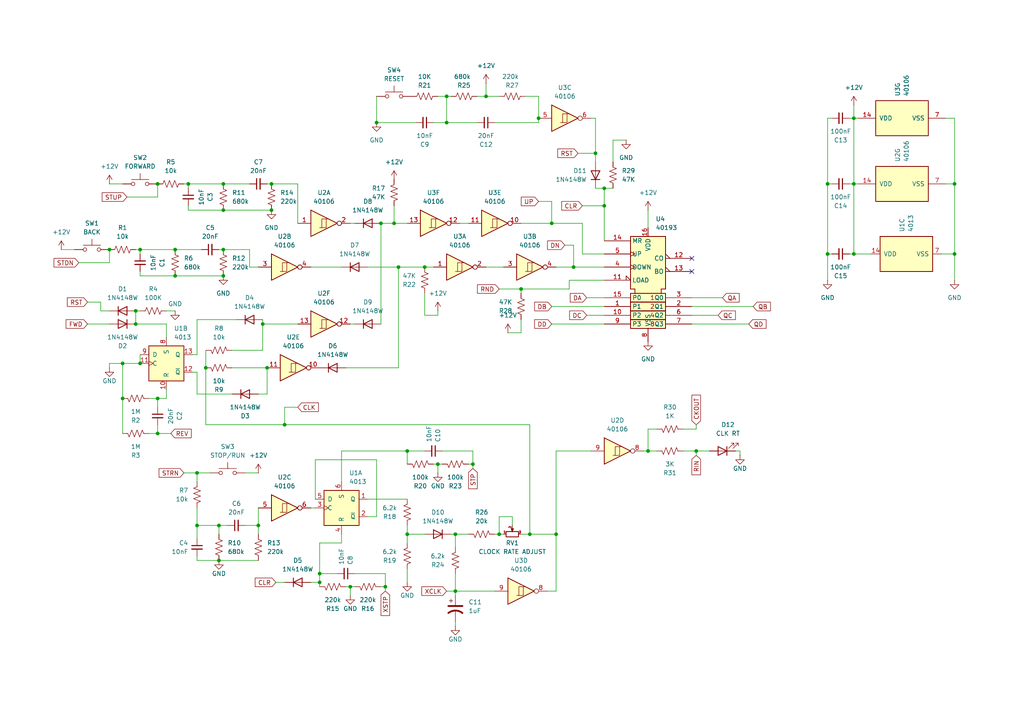
<source format=kicad_sch>
(kicad_sch (version 20231120) (generator "eeschema") (generator_version "8.0")
  (paper "A4")
  (junction (at 35.56 115.57))
  (junction (at 40.64 72.39))
  (junction (at 172.72 44.45))
  (junction (at 129.54 35.56))
  (junction (at 118.11 154.94))
  (junction (at 123.19 77.47))
  (junction (at 144.78 154.94))
  (junction (at 39.37 90.17))
  (junction (at 276.86 53.34))
  (junction (at 64.77 80.01))
  (junction (at 92.71 168.91))
  (junction (at 240.03 53.34))
  (junction (at 63.5 152.4))
  (junction (at 175.26 54.61))
  (junction (at 54.61 53.34))
  (junction (at 39.37 93.98))
  (junction (at 110.49 64.77))
  (junction (at 156.21 34.29))
  (junction (at 111.76 170.18))
  (junction (at 78.74 60.96))
  (junction (at 161.29 154.94))
  (junction (at 45.72 125.73))
  (junction (at 175.26 59.69))
  (junction (at 101.6 170.18))
  (junction (at 109.22 35.56))
  (junction (at 45.72 53.34))
  (junction (at 240.03 73.66))
  (junction (at 57.15 152.4))
  (junction (at 140.97 27.94))
  (junction (at 187.96 130.81))
  (junction (at 74.93 152.4))
  (junction (at 127 134.62))
  (junction (at 151.13 83.82))
  (junction (at 201.93 130.81))
  (junction (at 129.54 27.94))
  (junction (at 166.37 77.47))
  (junction (at 137.16 134.62))
  (junction (at 247.65 34.29))
  (junction (at 40.64 105.41))
  (junction (at 50.8 72.39))
  (junction (at 115.57 77.47))
  (junction (at 76.2 93.98))
  (junction (at 132.08 171.45))
  (junction (at 82.55 123.19))
  (junction (at 78.74 53.34))
  (junction (at 31.75 72.39))
  (junction (at 118.11 130.81))
  (junction (at 64.77 60.96))
  (junction (at 247.65 73.66))
  (junction (at 276.86 73.66))
  (junction (at 160.02 64.77))
  (junction (at 247.65 53.34))
  (junction (at 153.67 154.94))
  (junction (at 50.8 80.01))
  (junction (at 132.08 154.94))
  (junction (at 59.69 106.68))
  (junction (at 45.72 115.57))
  (junction (at 64.77 72.39))
  (junction (at 77.47 106.68))
  (junction (at 35.56 105.41))
  (junction (at 92.71 166.37))
  (junction (at 64.77 53.34))
  (junction (at 114.3 64.77))
  (junction (at 57.15 137.16))
  (junction (at 63.5 162.56))
  (no_connect (at 200.66 74.93))
  (no_connect (at 200.66 78.74))
  (wire (pts (xy 151.13 64.77) (xy 160.02 64.77)))
  (wire (pts (xy 118.11 130.81) (xy 118.11 134.62)))
  (wire (pts (xy 40.64 80.01) (xy 50.8 80.01)))
  (wire (pts (xy 172.72 46.99) (xy 172.72 44.45)))
  (wire (pts (xy 151.13 96.52) (xy 151.13 92.71)))
  (wire (pts (xy 240.03 53.34) (xy 240.03 73.66)))
  (wire (pts (xy 114.3 59.69) (xy 114.3 64.77)))
  (wire (pts (xy 247.65 73.66) (xy 246.38 73.66)))
  (wire (pts (xy 132.08 171.45) (xy 143.51 171.45)))
  (wire (pts (xy 31.75 90.17) (xy 29.21 90.17)))
  (wire (pts (xy 147.32 96.52) (xy 151.13 96.52)))
  (wire (pts (xy 74.93 152.4) (xy 71.12 152.4)))
  (wire (pts (xy 156.21 35.56) (xy 156.21 34.29)))
  (wire (pts (xy 130.81 154.94) (xy 132.08 154.94)))
  (wire (pts (xy 186.69 130.81) (xy 187.96 130.81)))
  (wire (pts (xy 127 91.44) (xy 123.19 91.44)))
  (wire (pts (xy 99.06 157.48) (xy 99.06 154.94)))
  (wire (pts (xy 57.15 147.32) (xy 57.15 152.4)))
  (wire (pts (xy 109.22 149.86) (xy 109.22 133.35)))
  (wire (pts (xy 175.26 69.85) (xy 175.26 59.69)))
  (wire (pts (xy 127 137.16) (xy 127 134.62)))
  (wire (pts (xy 161.29 154.94) (xy 161.29 171.45)))
  (wire (pts (xy 246.38 53.34) (xy 247.65 53.34)))
  (wire (pts (xy 240.03 73.66) (xy 241.3 73.66)))
  (wire (pts (xy 17.78 72.39) (xy 21.59 72.39)))
  (wire (pts (xy 68.58 92.71) (xy 57.15 92.71)))
  (wire (pts (xy 201.93 130.81) (xy 201.93 132.08)))
  (wire (pts (xy 143.51 154.94) (xy 144.78 154.94)))
  (wire (pts (xy 187.96 124.46) (xy 187.96 130.81)))
  (wire (pts (xy 101.6 93.98) (xy 102.87 93.98)))
  (wire (pts (xy 137.16 134.62) (xy 137.16 130.81)))
  (wire (pts (xy 29.21 90.17) (xy 29.21 87.63)))
  (wire (pts (xy 100.33 170.18) (xy 101.6 170.18)))
  (wire (pts (xy 247.65 53.34) (xy 248.92 53.34)))
  (wire (pts (xy 200.66 88.9) (xy 218.44 88.9)))
  (wire (pts (xy 156.21 34.29) (xy 156.21 27.94)))
  (wire (pts (xy 132.08 181.61) (xy 132.08 180.34)))
  (wire (pts (xy 64.77 60.96) (xy 78.74 60.96)))
  (wire (pts (xy 153.67 154.94) (xy 153.67 123.19)))
  (wire (pts (xy 67.31 106.68) (xy 77.47 106.68)))
  (wire (pts (xy 138.43 27.94) (xy 140.97 27.94)))
  (wire (pts (xy 153.67 154.94) (xy 161.29 154.94)))
  (wire (pts (xy 63.5 72.39) (xy 64.77 72.39)))
  (wire (pts (xy 181.61 40.64) (xy 177.8 40.64)))
  (wire (pts (xy 109.22 133.35) (xy 91.44 133.35)))
  (wire (pts (xy 125.73 35.56) (xy 129.54 35.56)))
  (wire (pts (xy 82.55 123.19) (xy 153.67 123.19)))
  (wire (pts (xy 276.86 73.66) (xy 276.86 81.28)))
  (wire (pts (xy 45.72 57.15) (xy 45.72 53.34)))
  (wire (pts (xy 109.22 27.94) (xy 109.22 35.56)))
  (wire (pts (xy 80.01 168.91) (xy 82.55 168.91)))
  (wire (pts (xy 57.15 107.95) (xy 57.15 114.3)))
  (wire (pts (xy 190.5 124.46) (xy 187.96 124.46)))
  (wire (pts (xy 201.93 124.46) (xy 201.93 123.19)))
  (wire (pts (xy 60.96 137.16) (xy 57.15 137.16)))
  (wire (pts (xy 115.57 77.47) (xy 115.57 106.68)))
  (wire (pts (xy 240.03 34.29) (xy 241.3 34.29)))
  (wire (pts (xy 31.75 53.34) (xy 35.56 53.34)))
  (wire (pts (xy 165.1 81.28) (xy 175.26 81.28)))
  (wire (pts (xy 67.31 101.6) (xy 76.2 101.6)))
  (wire (pts (xy 76.2 101.6) (xy 76.2 93.98)))
  (wire (pts (xy 106.68 149.86) (xy 109.22 149.86)))
  (wire (pts (xy 59.69 123.19) (xy 82.55 123.19)))
  (wire (pts (xy 86.36 64.77) (xy 86.36 53.34)))
  (wire (pts (xy 29.21 87.63) (xy 25.4 87.63)))
  (wire (pts (xy 53.34 137.16) (xy 57.15 137.16)))
  (wire (pts (xy 36.83 57.15) (xy 45.72 57.15)))
  (wire (pts (xy 63.5 152.4) (xy 66.04 152.4)))
  (wire (pts (xy 40.64 72.39) (xy 50.8 72.39)))
  (wire (pts (xy 127 134.62) (xy 128.27 134.62)))
  (wire (pts (xy 114.3 64.77) (xy 118.11 64.77)))
  (wire (pts (xy 118.11 154.94) (xy 118.11 157.48)))
  (wire (pts (xy 48.26 115.57) (xy 45.72 115.57)))
  (wire (pts (xy 166.37 71.12) (xy 166.37 77.47)))
  (wire (pts (xy 187.96 130.81) (xy 190.5 130.81)))
  (wire (pts (xy 214.63 130.81) (xy 214.63 132.08)))
  (wire (pts (xy 151.13 83.82) (xy 165.1 83.82)))
  (wire (pts (xy 156.21 27.94) (xy 152.4 27.94)))
  (wire (pts (xy 161.29 130.81) (xy 161.29 154.94)))
  (wire (pts (xy 115.57 77.47) (xy 123.19 77.47)))
  (wire (pts (xy 171.45 130.81) (xy 161.29 130.81)))
  (wire (pts (xy 63.5 162.56) (xy 57.15 162.56)))
  (wire (pts (xy 49.53 125.73) (xy 45.72 125.73)))
  (wire (pts (xy 151.13 85.09) (xy 151.13 83.82)))
  (wire (pts (xy 274.32 53.34) (xy 276.86 53.34)))
  (wire (pts (xy 48.26 93.98) (xy 39.37 93.98)))
  (wire (pts (xy 111.76 170.18) (xy 110.49 170.18)))
  (wire (pts (xy 175.26 59.69) (xy 168.91 59.69)))
  (wire (pts (xy 57.15 137.16) (xy 57.15 139.7)))
  (wire (pts (xy 45.72 125.73) (xy 45.72 123.19)))
  (wire (pts (xy 132.08 154.94) (xy 132.08 158.75)))
  (wire (pts (xy 102.87 166.37) (xy 111.76 166.37)))
  (wire (pts (xy 148.59 149.86) (xy 148.59 152.4)))
  (wire (pts (xy 165.1 83.82) (xy 165.1 81.28)))
  (wire (pts (xy 74.93 137.16) (xy 71.12 137.16)))
  (wire (pts (xy 57.15 114.3) (xy 67.31 114.3)))
  (wire (pts (xy 137.16 134.62) (xy 135.89 134.62)))
  (wire (pts (xy 74.93 114.3) (xy 77.47 114.3)))
  (wire (pts (xy 74.93 162.56) (xy 63.5 162.56)))
  (wire (pts (xy 40.64 78.74) (xy 40.64 80.01)))
  (wire (pts (xy 111.76 170.18) (xy 111.76 166.37)))
  (wire (pts (xy 39.37 90.17) (xy 40.64 90.17)))
  (wire (pts (xy 82.55 118.11) (xy 82.55 123.19)))
  (wire (pts (xy 54.61 53.34) (xy 64.77 53.34)))
  (wire (pts (xy 247.65 34.29) (xy 248.92 34.29)))
  (wire (pts (xy 48.26 113.03) (xy 48.26 115.57)))
  (wire (pts (xy 90.17 168.91) (xy 92.71 168.91)))
  (wire (pts (xy 40.64 73.66) (xy 40.64 72.39)))
  (wire (pts (xy 48.26 97.79) (xy 48.26 93.98)))
  (wire (pts (xy 144.78 83.82) (xy 151.13 83.82)))
  (wire (pts (xy 273.05 73.66) (xy 276.86 73.66)))
  (wire (pts (xy 54.61 59.69) (xy 54.61 60.96)))
  (wire (pts (xy 148.59 149.86) (xy 144.78 149.86)))
  (wire (pts (xy 156.21 58.42) (xy 160.02 58.42)))
  (wire (pts (xy 59.69 101.6) (xy 59.69 106.68)))
  (wire (pts (xy 35.56 115.57) (xy 35.56 105.41)))
  (wire (pts (xy 39.37 90.17) (xy 39.37 93.98)))
  (wire (pts (xy 35.56 105.41) (xy 40.64 105.41)))
  (wire (pts (xy 92.71 157.48) (xy 92.71 166.37)))
  (wire (pts (xy 177.8 40.64) (xy 177.8 46.99)))
  (wire (pts (xy 109.22 35.56) (xy 120.65 35.56)))
  (wire (pts (xy 39.37 72.39) (xy 40.64 72.39)))
  (wire (pts (xy 72.39 72.39) (xy 64.77 72.39)))
  (wire (pts (xy 240.03 34.29) (xy 240.03 53.34)))
  (wire (pts (xy 63.5 154.94) (xy 63.5 152.4)))
  (wire (pts (xy 35.56 115.57) (xy 35.56 125.73)))
  (wire (pts (xy 54.61 60.96) (xy 64.77 60.96)))
  (wire (pts (xy 140.97 24.13) (xy 140.97 27.94)))
  (wire (pts (xy 72.39 72.39) (xy 72.39 77.47)))
  (wire (pts (xy 50.8 72.39) (xy 58.42 72.39)))
  (wire (pts (xy 25.4 93.98) (xy 31.75 93.98)))
  (wire (pts (xy 201.93 130.81) (xy 205.74 130.81)))
  (wire (pts (xy 92.71 166.37) (xy 97.79 166.37)))
  (wire (pts (xy 92.71 170.18) (xy 92.71 168.91)))
  (wire (pts (xy 31.75 105.41) (xy 35.56 105.41)))
  (wire (pts (xy 57.15 162.56) (xy 57.15 161.29)))
  (wire (pts (xy 99.06 139.7) (xy 99.06 130.81)))
  (wire (pts (xy 100.33 106.68) (xy 115.57 106.68)))
  (wire (pts (xy 129.54 35.56) (xy 129.54 27.94)))
  (wire (pts (xy 90.17 147.32) (xy 91.44 147.32)))
  (wire (pts (xy 74.93 154.94) (xy 74.93 152.4)))
  (wire (pts (xy 57.15 152.4) (xy 63.5 152.4)))
  (wire (pts (xy 90.17 77.47) (xy 99.06 77.47)))
  (wire (pts (xy 50.8 80.01) (xy 64.77 80.01)))
  (wire (pts (xy 45.72 115.57) (xy 43.18 115.57)))
  (wire (pts (xy 135.89 154.94) (xy 132.08 154.94)))
  (wire (pts (xy 40.64 102.87) (xy 40.64 105.41)))
  (wire (pts (xy 101.6 64.77) (xy 102.87 64.77)))
  (wire (pts (xy 274.32 34.29) (xy 276.86 34.29)))
  (wire (pts (xy 129.54 171.45) (xy 132.08 171.45)))
  (wire (pts (xy 57.15 107.95) (xy 55.88 107.95)))
  (wire (pts (xy 163.83 71.12) (xy 166.37 71.12)))
  (wire (pts (xy 57.15 156.21) (xy 57.15 152.4)))
  (wire (pts (xy 240.03 53.34) (xy 241.3 53.34)))
  (wire (pts (xy 170.18 91.44) (xy 175.26 91.44)))
  (wire (pts (xy 137.16 134.62) (xy 137.16 135.89)))
  (wire (pts (xy 74.93 147.32) (xy 74.93 152.4)))
  (wire (pts (xy 247.65 34.29) (xy 247.65 53.34)))
  (wire (pts (xy 86.36 118.11) (xy 82.55 118.11)))
  (wire (pts (xy 247.65 73.66) (xy 252.73 73.66)))
  (wire (pts (xy 172.72 34.29) (xy 171.45 34.29)))
  (wire (pts (xy 198.12 130.81) (xy 201.93 130.81)))
  (wire (pts (xy 166.37 77.47) (xy 175.26 77.47)))
  (wire (pts (xy 144.78 154.94) (xy 146.05 154.94)))
  (wire (pts (xy 123.19 85.09) (xy 123.19 91.44)))
  (wire (pts (xy 140.97 27.94) (xy 144.78 27.94)))
  (wire (pts (xy 132.08 172.72) (xy 132.08 171.45)))
  (wire (pts (xy 31.75 105.41) (xy 31.75 106.68)))
  (wire (pts (xy 92.71 168.91) (xy 92.71 166.37)))
  (wire (pts (xy 200.66 86.36) (xy 209.55 86.36)))
  (wire (pts (xy 22.86 76.2) (xy 31.75 76.2)))
  (wire (pts (xy 110.49 64.77) (xy 114.3 64.77)))
  (wire (pts (xy 144.78 149.86) (xy 144.78 154.94)))
  (wire (pts (xy 118.11 165.1) (xy 118.11 168.91)))
  (wire (pts (xy 158.75 171.45) (xy 161.29 171.45)))
  (wire (pts (xy 247.65 30.48) (xy 247.65 34.29)))
  (wire (pts (xy 128.27 130.81) (xy 137.16 130.81)))
  (wire (pts (xy 132.08 166.37) (xy 132.08 171.45)))
  (wire (pts (xy 101.6 170.18) (xy 102.87 170.18)))
  (wire (pts (xy 143.51 35.56) (xy 156.21 35.56)))
  (wire (pts (xy 187.96 60.96) (xy 187.96 66.04)))
  (wire (pts (xy 151.13 154.94) (xy 153.67 154.94)))
  (wire (pts (xy 168.91 64.77) (xy 160.02 64.77)))
  (wire (pts (xy 86.36 93.98) (xy 76.2 93.98)))
  (wire (pts (xy 72.39 77.47) (xy 74.93 77.47)))
  (wire (pts (xy 200.66 91.44) (xy 208.28 91.44)))
  (wire (pts (xy 175.26 59.69) (xy 175.26 54.61)))
  (wire (pts (xy 175.26 54.61) (xy 177.8 54.61)))
  (wire (pts (xy 50.8 90.17) (xy 48.26 90.17)))
  (wire (pts (xy 138.43 35.56) (xy 129.54 35.56)))
  (wire (pts (xy 125.73 134.62) (xy 127 134.62)))
  (wire (pts (xy 168.91 73.66) (xy 175.26 73.66)))
  (wire (pts (xy 64.77 53.34) (xy 72.39 53.34)))
  (wire (pts (xy 118.11 144.78) (xy 106.68 144.78)))
  (wire (pts (xy 168.91 64.77) (xy 168.91 73.66)))
  (wire (pts (xy 161.29 77.47) (xy 166.37 77.47)))
  (wire (pts (xy 247.65 53.34) (xy 247.65 73.66)))
  (wire (pts (xy 57.15 92.71) (xy 57.15 102.87)))
  (wire (pts (xy 59.69 106.68) (xy 59.69 123.19)))
  (wire (pts (xy 170.18 86.36) (xy 175.26 86.36)))
  (wire (pts (xy 160.02 93.98) (xy 175.26 93.98)))
  (wire (pts (xy 54.61 54.61) (xy 54.61 53.34)))
  (wire (pts (xy 276.86 53.34) (xy 276.86 73.66)))
  (wire (pts (xy 160.02 58.42) (xy 160.02 64.77)))
  (wire (pts (xy 129.54 27.94) (xy 130.81 27.94)))
  (wire (pts (xy 140.97 77.47) (xy 146.05 77.47)))
  (wire (pts (xy 99.06 130.81) (xy 118.11 130.81)))
  (wire (pts (xy 118.11 130.81) (xy 123.19 130.81)))
  (wire (pts (xy 240.03 73.66) (xy 240.03 81.28)))
  (wire (pts (xy 57.15 102.87) (xy 55.88 102.87)))
  (wire (pts (xy 45.72 115.57) (xy 45.72 118.11)))
  (wire (pts (xy 110.49 64.77) (xy 110.49 93.98)))
  (wire (pts (xy 123.19 77.47) (xy 125.73 77.47)))
  (wire (pts (xy 77.47 114.3) (xy 77.47 106.68)))
  (wire (pts (xy 106.68 77.47) (xy 115.57 77.47)))
  (wire (pts (xy 276.86 34.29) (xy 276.86 53.34)))
  (wire (pts (xy 31.75 76.2) (xy 31.75 72.39)))
  (wire (pts (xy 86.36 53.34) (xy 78.74 53.34)))
  (wire (pts (xy 76.2 93.98) (xy 76.2 92.71)))
  (wire (pts (xy 118.11 152.4) (xy 118.11 154.94)))
  (wire (pts (xy 200.66 93.98) (xy 217.17 93.98)))
  (wire (pts (xy 213.36 130.81) (xy 214.63 130.81)))
  (wire (pts (xy 99.06 157.48) (xy 92.71 157.48)))
  (wire (pts (xy 127 27.94) (xy 129.54 27.94)))
  (wire (pts (xy 101.6 172.72) (xy 101.6 170.18)))
  (wire (pts (xy 111.76 170.18) (xy 111.76 171.45)))
  (wire (pts (xy 246.38 34.29) (xy 247.65 34.29)))
  (wire (pts (xy 133.35 64.77) (xy 135.89 64.77)))
  (wire (pts (xy 160.02 88.9) (xy 175.26 88.9)))
  (wire (pts (xy 43.18 125.73) (xy 45.72 125.73)))
  (wire (pts (xy 172.72 44.45) (xy 172.72 34.29)))
  (wire (pts (xy 127 90.17) (xy 127 91.44)))
  (wire (pts (xy 123.19 154.94) (xy 118.11 154.94)))
  (wire (pts (xy 198.12 124.46) (xy 201.93 124.46)))
  (wire (pts (xy 172.72 54.61) (xy 175.26 54.61)))
  (wire (pts (xy 91.44 133.35) (xy 91.44 144.78)))
  (wire (pts (xy 53.34 53.34) (xy 54.61 53.34)))
  (wire (pts (xy 167.64 44.45) (xy 172.72 44.45)))
  (wire (pts (xy 77.47 53.34) (xy 78.74 53.34)))
  (global_label "RIN" (shape input) (at 201.93 132.08 270) (property "Intersheetrefs" "${INTERSHEET_REFS}" (effects (hide yes))))
  (global_label "RND" (shape input) (at 144.78 83.82 180) (property "Intersheetrefs" "${INTERSHEET_REFS}" (effects (hide yes))))
  (global_label "FWD" (shape input) (at 25.4 93.98 180) (property "Intersheetrefs" "${INTERSHEET_REFS}" (effects (hide yes))))
  (global_label "XSTP" (shape input) (at 111.76 171.45 270) (property "Intersheetrefs" "${INTERSHEET_REFS}" (effects (hide yes))))
  (global_label "REV" (shape input) (at 49.53 125.73 0) (property "Intersheetrefs" "${INTERSHEET_REFS}" (effects (hide yes))))
  (global_label "XCLK" (shape input) (at 129.54 171.45 180) (property "Intersheetrefs" "${INTERSHEET_REFS}" (effects (hide yes))))
  (global_label "CLK" (shape input) (at 86.36 118.11 0) (property "Intersheetrefs" "${INTERSHEET_REFS}" (effects (hide yes))))
  (global_label "RST" (shape input) (at 25.4 87.63 180) (property "Intersheetrefs" "${INTERSHEET_REFS}" (effects (hide yes))))
  (global_label "DA" (shape input) (at 170.18 86.36 180) (property "Intersheetrefs" "${INTERSHEET_REFS}" (effects (hide yes))))
  (global_label "DB" (shape input) (at 160.02 88.9 180) (property "Intersheetrefs" "${INTERSHEET_REFS}" (effects (hide yes))))
  (global_label "CLR" (shape input) (at 80.01 168.91 180) (property "Intersheetrefs" "${INTERSHEET_REFS}" (effects (hide yes))))
  (global_label "STP" (shape input) (at 137.16 135.89 270) (property "Intersheetrefs" "${INTERSHEET_REFS}" (effects (hide yes))))
  (global_label "STUP" (shape input) (at 36.83 57.15 180) (property "Intersheetrefs" "${INTERSHEET_REFS}" (effects (hide yes))))
  (global_label "QD" (shape input) (at 217.17 93.98 0) (property "Intersheetrefs" "${INTERSHEET_REFS}" (effects (hide yes))))
  (global_label "UP" (shape input) (at 156.21 58.42 180) (property "Intersheetrefs" "${INTERSHEET_REFS}" (effects (hide yes))))
  (global_label "CKOUT" (shape input) (at 201.93 123.19 90) (property "Intersheetrefs" "${INTERSHEET_REFS}" (effects (hide yes))))
  (global_label "STRN" (shape input) (at 53.34 137.16 180) (property "Intersheetrefs" "${INTERSHEET_REFS}" (effects (hide yes))))
  (global_label "QC" (shape input) (at 208.28 91.44 0) (property "Intersheetrefs" "${INTERSHEET_REFS}" (effects (hide yes))))
  (global_label "CLR" (shape input) (at 168.91 59.69 180) (property "Intersheetrefs" "${INTERSHEET_REFS}" (effects (hide yes))))
  (global_label "QB" (shape input) (at 218.44 88.9 0) (property "Intersheetrefs" "${INTERSHEET_REFS}" (effects (hide yes))))
  (global_label "DC" (shape input) (at 170.18 91.44 180) (property "Intersheetrefs" "${INTERSHEET_REFS}" (effects (hide yes))))
  (global_label "STDN" (shape input) (at 22.86 76.2 180) (property "Intersheetrefs" "${INTERSHEET_REFS}" (effects (hide yes))))
  (global_label "QA" (shape input) (at 209.55 86.36 0) (property "Intersheetrefs" "${INTERSHEET_REFS}" (effects (hide yes))))
  (global_label "DD" (shape input) (at 160.02 93.98 180) (property "Intersheetrefs" "${INTERSHEET_REFS}" (effects (hide yes))))
  (global_label "DN" (shape input) (at 163.83 71.12 180) (property "Intersheetrefs" "${INTERSHEET_REFS}" (effects (hide yes))))
  (global_label "RST" (shape input) (at 167.64 44.45 180) (property "Intersheetrefs" "${INTERSHEET_REFS}" (effects (hide yes))))
  (symbol (lib_id "4xxx:40106") (at 93.98 93.98 0) (unit 6)
    (property "Reference" "U2" (at 93.98 85.09 0))
    (property "Value" "40106" (at 93.98 87.63 0))
    (property "Footprint" "Package_SO:SOIC-14_3.9x8.7mm_P1.27mm" (effects (hide yes)))
    (property "Datasheet" "https://assets.nexperia.com/documents/data-sheet/HEF40106B.pdf" (effects (hide yes)))
    (property "Description" "Hex Schmitt trigger inverter" (effects (hide yes)))
  )
  (symbol (lib_id "Diode:1N4148W") (at 127 154.94 0) (mirror y) (unit 1)
    (property "Reference" "D10" (at 127 148.59 0))
    (property "Value" "1N4148W" (at 127 151.13 0))
    (property "Footprint" "Diode_SMD:D_SOD-123" (effects (hide yes)))
    (property "Datasheet" "https://www.vishay.com/docs/85748/1n4148w.pdf" (effects (hide yes)))
    (property "Description" "75V 0.15A Fast Switching Diode, SOD-123" (effects (hide yes)))
    (property "Sim.Device" "D" (effects (hide yes)))
    (property "Sim.Pins" "1=K 2=A" (effects (hide yes)))
  )
  (symbol (lib_id "Device:R_US") (at 50.8 76.2 0) (unit 1)
    (property "Reference" "R6" (at 53.34 74.9299 0) (effects (justify left)))
    (property "Value" "680k" (at 53.34 77.4699 0) (effects (justify left)))
    (property "Footprint" "Resistor_SMD:R_0805_2012Metric_Pad1.20x1.40mm_HandSolder" (effects (hide yes)))
    (property "Description" "Resistor, US symbol" (effects (hide yes)))
  )
  (symbol (lib_id "Device:C_Small") (at 243.84 34.29 270) (unit 1)
    (property "Reference" "C13" (at 243.8337 40.64 90))
    (property "Value" "100nF" (at 243.8337 38.1 90))
    (property "Footprint" "Capacitor_SMD:C_0805_2012Metric_Pad1.18x1.45mm_HandSolder" (effects (hide yes)))
    (property "Description" "Unpolarized capacitor, small symbol" (effects (hide yes)))
  )
  (symbol (lib_id "Device:R_US") (at 96.52 170.18 270) (mirror x) (unit 1)
    (property "Reference" "R15" (at 96.52 176.53 90))
    (property "Value" "220k" (at 96.52 173.99 90))
    (property "Footprint" "Resistor_SMD:R_0805_2012Metric_Pad1.20x1.40mm_HandSolder" (effects (hide yes)))
    (property "Description" "Resistor, US symbol" (effects (hide yes)))
  )
  (symbol (lib_id "Device:R_US") (at 194.31 130.81 90) (mirror x) (unit 1)
    (property "Reference" "R31" (at 194.31 137.16 90))
    (property "Value" "3K" (at 194.31 134.62 90))
    (property "Footprint" "Resistor_SMD:R_0805_2012Metric_Pad1.20x1.40mm_HandSolder" (effects (hide yes)))
    (property "Description" "Resistor, US symbol" (effects (hide yes)))
  )
  (symbol (lib_id "4xxx:40106") (at 85.09 106.68 0) (unit 5)
    (property "Reference" "U2" (at 85.09 97.79 0))
    (property "Value" "40106" (at 85.09 100.33 0))
    (property "Footprint" "Package_SO:SOIC-14_3.9x8.7mm_P1.27mm" (effects (hide yes)))
    (property "Datasheet" "https://assets.nexperia.com/documents/data-sheet/HEF40106B.pdf" (effects (hide yes)))
    (property "Description" "Hex Schmitt trigger inverter" (effects (hide yes)))
  )
  (symbol (lib_id "power:GND") (at 240.03 81.28 0) (unit 1)
    (property "Reference" "#PWR022" (effects (hide yes)))
    (property "Value" "GND" (at 240.03 86.36 0))
    (property "Description" "Power symbol creates a global label with name \"GND\" , ground" (effects (hide yes)))
  )
  (symbol (lib_id "Device:R_US") (at 64.77 76.2 0) (unit 1)
    (property "Reference" "R12" (at 67.31 74.9299 0) (effects (justify left)))
    (property "Value" "220k" (at 67.31 77.4699 0) (effects (justify left)))
    (property "Footprint" "Resistor_SMD:R_0805_2012Metric_Pad1.20x1.40mm_HandSolder" (effects (hide yes)))
    (property "Description" "Resistor, US symbol" (effects (hide yes)))
  )
  (symbol (lib_id "power:+12V") (at 127 90.17 0) (mirror y) (unit 1)
    (property "Reference" "#PWR013" (effects (hide yes)))
    (property "Value" "+12V" (at 127 85.09 0))
    (property "Description" "Power symbol creates a global label with name \"+12V\"" (effects (hide yes)))
  )
  (symbol (lib_id "Device:R_US") (at 63.5 106.68 90) (mirror x) (unit 1)
    (property "Reference" "R9" (at 63.5 113.03 90))
    (property "Value" "10k" (at 63.5 110.49 90))
    (property "Footprint" "Resistor_SMD:R_0805_2012Metric_Pad1.20x1.40mm_HandSolder" (effects (hide yes)))
    (property "Description" "Resistor, US symbol" (effects (hide yes)))
  )
  (symbol (lib_id "Device:R_US") (at 35.56 72.39 90) (unit 1)
    (property "Reference" "R1" (at 35.56 66.04 90))
    (property "Value" "10k" (at 35.56 68.58 90))
    (property "Footprint" "Resistor_SMD:R_0805_2012Metric_Pad1.20x1.40mm_HandSolder" (effects (hide yes)))
    (property "Description" "Resistor, US symbol" (effects (hide yes)))
  )
  (symbol (lib_id "Device:R_US") (at 78.74 57.15 0) (unit 1)
    (property "Reference" "R14" (at 81.28 55.8799 0) (effects (justify left)))
    (property "Value" "220k" (at 81.28 58.4199 0) (effects (justify left)))
    (property "Footprint" "Resistor_SMD:R_0805_2012Metric_Pad1.20x1.40mm_HandSolder" (effects (hide yes)))
    (property "Description" "Resistor, US symbol" (effects (hide yes)))
  )
  (symbol (lib_id "power:+12V") (at 147.32 96.52 0) (mirror y) (unit 1)
    (property "Reference" "#PWR017" (effects (hide yes)))
    (property "Value" "+12V" (at 147.32 91.44 0))
    (property "Description" "Power symbol creates a global label with name \"+12V\"" (effects (hide yes)))
  )
  (symbol (lib_id "Device:R_US") (at 63.5 101.6 270) (mirror x) (unit 1)
    (property "Reference" "R8" (at 63.5 95.25 90))
    (property "Value" "10k" (at 63.5 97.79 90))
    (property "Footprint" "Resistor_SMD:R_0805_2012Metric_Pad1.20x1.40mm_HandSolder" (effects (hide yes)))
    (property "Description" "Resistor, US symbol" (effects (hide yes)))
  )
  (symbol (lib_id "Device:C_Small") (at 74.93 53.34 90) (unit 1)
    (property "Reference" "C7" (at 74.9363 46.99 90))
    (property "Value" "20nF" (at 74.9363 49.53 90))
    (property "Footprint" "Capacitor_SMD:C_0805_2012Metric_Pad1.18x1.45mm_HandSolder" (effects (hide yes)))
    (property "Description" "Unpolarized capacitor, small symbol" (effects (hide yes)))
  )
  (symbol (lib_id "4xxx:40106") (at 133.35 77.47 0) (unit 1)
    (property "Reference" "U3" (at 133.35 68.58 0))
    (property "Value" "40106" (at 133.35 71.12 0))
    (property "Footprint" "Package_SO:SOIC-14_3.9x8.7mm_P1.27mm" (effects (hide yes)))
    (property "Datasheet" "https://assets.nexperia.com/documents/data-sheet/HEF40106B.pdf" (effects (hide yes)))
    (property "Description" "Hex Schmitt trigger inverter" (effects (hide yes)))
  )
  (symbol (lib_id "Device:R_US") (at 49.53 53.34 90) (unit 1)
    (property "Reference" "R5" (at 49.53 46.99 90))
    (property "Value" "10k" (at 49.53 49.53 90))
    (property "Footprint" "Resistor_SMD:R_0805_2012Metric_Pad1.20x1.40mm_HandSolder" (effects (hide yes)))
    (property "Description" "Resistor, US symbol" (effects (hide yes)))
  )
  (symbol (lib_id "power:+12V") (at 74.93 137.16 0) (unit 1)
    (property "Reference" "#PWR07" (effects (hide yes)))
    (property "Value" "+12V" (at 74.93 132.08 0))
    (property "Description" "Power symbol creates a global label with name \"+12V\"" (effects (hide yes)))
  )
  (symbol (lib_id "4xxx:40106") (at 82.55 77.47 0) (unit 2)
    (property "Reference" "U2" (at 82.55 68.58 0))
    (property "Value" "40106" (at 82.55 71.12 0))
    (property "Footprint" "Package_SO:SOIC-14_3.9x8.7mm_P1.27mm" (effects (hide yes)))
    (property "Datasheet" "https://assets.nexperia.com/documents/data-sheet/HEF40106B.pdf" (effects (hide yes)))
    (property "Description" "Hex Schmitt trigger inverter" (effects (hide yes)))
  )
  (symbol (lib_id "Device:C_Small") (at 54.61 57.15 0) (unit 1)
    (property "Reference" "C3" (at 60.96 57.1563 90))
    (property "Value" "10nF" (at 58.42 57.1563 90))
    (property "Footprint" "Capacitor_SMD:C_0805_2012Metric_Pad1.18x1.45mm_HandSolder" (effects (hide yes)))
    (property "Description" "Unpolarized capacitor, small symbol" (effects (hide yes)))
  )
  (symbol (lib_id "Diode:1N4148W") (at 106.68 93.98 0) (unit 1)
    (property "Reference" "D9" (at 106.68 87.63 0))
    (property "Value" "1N4148W" (at 106.68 90.17 0))
    (property "Footprint" "Diode_SMD:D_SOD-123" (effects (hide yes)))
    (property "Datasheet" "https://www.vishay.com/docs/85748/1n4148w.pdf" (effects (hide yes)))
    (property "Description" "75V 0.15A Fast Switching Diode, SOD-123" (effects (hide yes)))
    (property "Sim.Device" "D" (effects (hide yes)))
    (property "Sim.Pins" "1=K 2=A" (effects (hide yes)))
  )
  (symbol (lib_id "Device:C_Small") (at 57.15 158.75 0) (mirror y) (unit 1)
    (property "Reference" "C4" (at 54.61 157.4862 0) (effects (justify left)))
    (property "Value" "10nF" (at 54.61 160.0262 0) (effects (justify left)))
    (property "Footprint" "Capacitor_SMD:C_0805_2012Metric_Pad1.18x1.45mm_HandSolder" (effects (hide yes)))
    (property "Description" "Unpolarized capacitor, small symbol" (effects (hide yes)))
  )
  (symbol (lib_id "Device:R_US") (at 134.62 27.94 270) (unit 1)
    (property "Reference" "R25" (at 136.525 24.7651 90) (effects (justify right)))
    (property "Value" "680k" (at 136.525 22.2251 90) (effects (justify right)))
    (property "Footprint" "Resistor_SMD:R_0805_2012Metric_Pad1.20x1.40mm_HandSolder" (effects (hide yes)))
    (property "Description" "Resistor, US symbol" (effects (hide yes)))
  )
  (symbol (lib_id "Device:R_US") (at 123.19 27.94 270) (unit 1)
    (property "Reference" "R21" (at 125.095 24.7651 90) (effects (justify right)))
    (property "Value" "10K" (at 125.095 22.2251 90) (effects (justify right)))
    (property "Footprint" "Resistor_SMD:R_0805_2012Metric_Pad1.20x1.40mm_HandSolder" (effects (hide yes)))
    (property "Description" "Resistor, US symbol" (effects (hide yes)))
  )
  (symbol (lib_id "power:GND") (at 127 137.16 0) (unit 1)
    (property "Reference" "#PWR014" (effects (hide yes)))
    (property "Value" "GND" (at 127 140.97 0))
    (property "Description" "Power symbol creates a global label with name \"GND\" , ground" (effects (hide yes)))
  )
  (symbol (lib_id "Device:R_US") (at 121.92 134.62 270) (mirror x) (unit 1)
    (property "Reference" "R20" (at 121.92 140.97 90))
    (property "Value" "100k" (at 121.92 138.43 90))
    (property "Footprint" "Resistor_SMD:R_0805_2012Metric_Pad1.20x1.40mm_HandSolder" (effects (hide yes)))
    (property "Description" "Resistor, US symbol" (effects (hide yes)))
  )
  (symbol (lib_id "power:GND") (at 101.6 172.72 0) (unit 1)
    (property "Reference" "#PWR09" (effects (hide yes)))
    (property "Value" "GND" (at 101.6 176.53 0))
    (property "Description" "Power symbol creates a global label with name \"GND\" , ground" (effects (hide yes)))
  )
  (symbol (lib_id "Switch:SW_MEC_5G") (at 114.3 27.94 0) (unit 1)
    (property "Reference" "SW4" (at 114.3 20.32 0))
    (property "Value" "RESET" (at 114.3 22.86 0))
    (property "Datasheet" "http://www.apem.com/int/index.php?controller=attachment&id_attachment=488" (effects (hide yes)))
    (property "Description" "MEC 5G single pole normally-open tactile switch" (effects (hide yes)))
  )
  (symbol (lib_id "4xxx:40106") (at 143.51 64.77 0) (unit 5)
    (property "Reference" "U3" (at 143.51 55.88 0))
    (property "Value" "40106" (at 143.51 58.42 0))
    (property "Footprint" "Package_SO:SOIC-14_3.9x8.7mm_P1.27mm" (effects (hide yes)))
    (property "Datasheet" "https://assets.nexperia.com/documents/data-sheet/HEF40106B.pdf" (effects (hide yes)))
    (property "Description" "Hex Schmitt trigger inverter" (effects (hide yes)))
  )
  (symbol (lib_id "power:+12V") (at 17.78 72.39 0) (unit 1)
    (property "Reference" "#PWR01" (effects (hide yes)))
    (property "Value" "+12V" (at 17.78 67.31 0))
    (property "Description" "Power symbol creates a global label with name \"+12V\"" (effects (hide yes)))
  )
  (symbol (lib_id "Diode:1N4148W") (at 172.72 50.8 270) (mirror x) (unit 1)
    (property "Reference" "D11" (at 170.18 49.5299 90) (effects (justify right)))
    (property "Value" "1N4148W" (at 170.18 52.0699 90) (effects (justify right)))
    (property "Footprint" "Diode_SMD:D_SOD-123" (effects (hide yes)))
    (property "Datasheet" "https://www.vishay.com/docs/85748/1n4148w.pdf" (effects (hide yes)))
    (property "Description" "75V 0.15A Fast Switching Diode, SOD-123" (effects (hide yes)))
    (property "Sim.Device" "D" (effects (hide yes)))
    (property "Sim.Pins" "1=K 2=A" (effects (hide yes)))
  )
  (symbol (lib_id "Device:C_Small") (at 100.33 166.37 270) (mirror x) (unit 1)
    (property "Reference" "C8" (at 101.5938 163.83 0) (effects (justify left)))
    (property "Value" "10nF" (at 99.0538 163.83 0) (effects (justify left)))
    (property "Footprint" "Capacitor_SMD:C_0805_2012Metric_Pad1.18x1.45mm_HandSolder" (effects (hide yes)))
    (property "Description" "Unpolarized capacitor, small symbol" (effects (hide yes)))
  )
  (symbol (lib_id "Device:R_US") (at 151.13 88.9 0) (unit 1)
    (property "Reference" "R28" (at 148.59 90.1701 0) (effects (justify right)))
    (property "Value" "47K" (at 148.59 87.6301 0) (effects (justify right)))
    (property "Footprint" "Resistor_SMD:R_0805_2012Metric_Pad1.20x1.40mm_HandSolder" (effects (hide yes)))
    (property "Description" "Resistor, US symbol" (effects (hide yes)))
  )
  (symbol (lib_id "4xxx:40106") (at 163.83 34.29 0) (unit 3)
    (property "Reference" "U3" (at 163.83 25.4 0))
    (property "Value" "40106" (at 163.83 27.94 0))
    (property "Footprint" "Package_SO:SOIC-14_3.9x8.7mm_P1.27mm" (effects (hide yes)))
    (property "Datasheet" "https://assets.nexperia.com/documents/data-sheet/HEF40106B.pdf" (effects (hide yes)))
    (property "Description" "Hex Schmitt trigger inverter" (effects (hide yes)))
  )
  (symbol (lib_id "Device:R_US") (at 123.19 81.28 0) (unit 1)
    (property "Reference" "R22" (at 120.65 82.5501 0) (effects (justify right)))
    (property "Value" "47K" (at 120.65 80.0101 0) (effects (justify right)))
    (property "Footprint" "Resistor_SMD:R_0805_2012Metric_Pad1.20x1.40mm_HandSolder" (effects (hide yes)))
    (property "Description" "Resistor, US symbol" (effects (hide yes)))
  )
  (symbol (lib_id "Device:R_US") (at 44.45 90.17 90) (unit 1)
    (property "Reference" "R4" (at 44.45 83.82 90))
    (property "Value" "100K" (at 44.45 86.36 90))
    (property "Footprint" "Resistor_SMD:R_0805_2012Metric_Pad1.20x1.40mm_HandSolderResistor_SMD:R_0805_2012Metric_Pad1.20x1.40mm_HandSolder" (effects (hide yes)))
    (property "Description" "Resistor, US symbol" (effects (hide yes)))
  )
  (symbol (lib_id "Device:R_US") (at 39.37 125.73 270) (mirror x) (unit 1)
    (property "Reference" "R3" (at 39.37 132.08 90))
    (property "Value" "1M" (at 39.37 129.54 90))
    (property "Footprint" "Resistor_SMD:R_0805_2012Metric_Pad1.20x1.40mm_HandSolder" (effects (hide yes)))
    (property "Description" "Resistor, US symbol" (effects (hide yes)))
  )
  (symbol (lib_id "Device:R_US") (at 74.93 158.75 0) (unit 1)
    (property "Reference" "R13" (at 77.47 157.4799 0) (effects (justify left)))
    (property "Value" "220k" (at 77.47 160.0199 0) (effects (justify left)))
    (property "Footprint" "Resistor_SMD:R_0805_2012Metric_Pad1.20x1.40mm_HandSolder" (effects (hide yes)))
    (property "Description" "Resistor, US symbol" (effects (hide yes)))
  )
  (symbol (lib_id "Device:R_US") (at 63.5 158.75 0) (unit 1)
    (property "Reference" "R10" (at 66.04 157.4799 0) (effects (justify left)))
    (property "Value" "680k" (at 66.04 160.0199 0) (effects (justify left)))
    (property "Footprint" "Resistor_SMD:R_0805_2012Metric_Pad1.20x1.40mm_HandSolder" (effects (hide yes)))
    (property "Description" "Resistor, US symbol" (effects (hide yes)))
  )
  (symbol (lib_id "power:GND") (at 31.75 106.68 0) (unit 1)
    (property "Reference" "#PWR03" (effects (hide yes)))
    (property "Value" "GND" (at 31.75 110.49 0))
    (property "Description" "Power symbol creates a global label with name \"GND\" , ground" (effects (hide yes)))
  )
  (symbol (lib_id "Device:R_US") (at 148.59 27.94 270) (unit 1)
    (property "Reference" "R27" (at 150.495 24.7651 90) (effects (justify right)))
    (property "Value" "220k" (at 150.495 22.2251 90) (effects (justify right)))
    (property "Footprint" "Resistor_SMD:R_0805_2012Metric_Pad1.20x1.40mm_HandSolder" (effects (hide yes)))
    (property "Description" "Resistor, US symbol" (effects (hide yes)))
  )
  (symbol (lib_id "power:GND") (at 109.22 35.56 0) (unit 1)
    (property "Reference" "#PWR010" (effects (hide yes)))
    (property "Value" "GND" (at 109.22 40.64 0))
    (property "Description" "Power symbol creates a global label with name \"GND\" , ground" (effects (hide yes)))
  )
  (symbol (lib_id "Device:R_US") (at 57.15 143.51 0) (mirror x) (unit 1)
    (property "Reference" "R7" (at 54.61 142.2399 0) (effects (justify right)))
    (property "Value" "10k" (at 54.61 144.7799 0) (effects (justify right)))
    (property "Footprint" "Resistor_SMD:R_0805_2012Metric_Pad1.20x1.40mm_HandSolder" (effects (hide yes)))
    (property "Description" "Resistor, US symbol" (effects (hide yes)))
  )
  (symbol (lib_id "Device:R_US") (at 132.08 134.62 270) (mirror x) (unit 1)
    (property "Reference" "R23" (at 132.08 140.97 90))
    (property "Value" "100k" (at 132.08 138.43 90))
    (property "Footprint" "Resistor_SMD:R_0805_2012Metric_Pad1.20x1.40mm_HandSolder" (effects (hide yes)))
    (property "Description" "Resistor, US symbol" (effects (hide yes)))
  )
  (symbol (lib_id "power:+12V") (at 187.96 60.96 0) (unit 1)
    (property "Reference" "#PWR019" (effects (hide yes)))
    (property "Value" "+12V" (at 187.96 55.88 0))
    (property "Description" "Power symbol creates a global label with name \"+12V\"" (effects (hide yes)))
  )
  (symbol (lib_id "power:GND") (at 214.63 132.08 0) (unit 1)
    (property "Reference" "#PWR021" (effects (hide yes)))
    (property "Value" "GND" (at 214.63 135.89 0))
    (property "Description" "Power symbol creates a global label with name \"GND\" , ground" (effects (hide yes)))
  )
  (symbol (lib_id "4xxx:40106") (at 261.62 34.29 90) (unit 7)
    (property "Reference" "U3" (at 260.3499 27.94 0) (effects (justify left)))
    (property "Value" "40106" (at 262.8899 27.94 0) (effects (justify left)))
    (property "Footprint" "Package_SO:SOIC-14_3.9x8.7mm_P1.27mm" (effects (hide yes)))
    (property "Datasheet" "https://assets.nexperia.com/documents/data-sheet/HEF40106B.pdf" (effects (hide yes)))
    (property "Description" "Hex Schmitt trigger inverter" (effects (hide yes)))
  )
  (symbol (lib_id "4xxx:40106") (at 82.55 147.32 0) (unit 3)
    (property "Reference" "U2" (at 82.55 138.43 0))
    (property "Value" "40106" (at 82.55 140.97 0))
    (property "Footprint" "Package_SO:SOIC-14_3.9x8.7mm_P1.27mm" (effects (hide yes)))
    (property "Datasheet" "https://assets.nexperia.com/documents/data-sheet/HEF40106B.pdf" (effects (hide yes)))
    (property "Description" "Hex Schmitt trigger inverter" (effects (hide yes)))
  )
  (symbol (lib_id "Switch:SW_MEC_5G") (at 26.67 72.39 0) (unit 1)
    (property "Reference" "SW1" (at 26.67 64.77 0))
    (property "Value" "BACK" (at 26.67 67.31 0))
    (property "Datasheet" "http://www.apem.com/int/index.php?controller=attachment&id_attachment=488" (effects (hide yes)))
    (property "Description" "MEC 5G single pole normally-open tactile switch" (effects (hide yes)))
  )
  (symbol (lib_id "Device:C_Small") (at 60.96 72.39 90) (unit 1)
    (property "Reference" "C5" (at 60.9663 66.04 90))
    (property "Value" "20nF" (at 60.9663 68.58 90))
    (property "Footprint" "Capacitor_SMD:C_0805_2012Metric_Pad1.18x1.45mm_HandSolder" (effects (hide yes)))
    (property "Description" "Unpolarized capacitor, small symbol" (effects (hide yes)))
  )
  (symbol (lib_id "Diode:1N4148W") (at 96.52 106.68 0) (unit 1)
    (property "Reference" "D6" (at 96.52 100.33 0))
    (property "Value" "1N4148W" (at 96.52 102.87 0))
    (property "Footprint" "Diode_SMD:D_SOD-123" (effects (hide yes)))
    (property "Datasheet" "https://www.vishay.com/docs/85748/1n4148w.pdf" (effects (hide yes)))
    (property "Description" "75V 0.15A Fast Switching Diode, SOD-123" (effects (hide yes)))
    (property "Sim.Device" "D" (effects (hide yes)))
    (property "Sim.Pins" "1=K 2=A" (effects (hide yes)))
  )
  (symbol (lib_id "Device:R_US") (at 194.31 124.46 270) (mirror x) (unit 1)
    (property "Reference" "R30" (at 194.31 118.11 90))
    (property "Value" "1K" (at 194.31 120.65 90))
    (property "Footprint" "Resistor_SMD:R_0805_2012Metric_Pad1.20x1.40mm_HandSolder" (effects (hide yes)))
    (property "Description" "Resistor, US symbol" (effects (hide yes)))
  )
  (symbol (lib_id "power:GND") (at 118.11 168.91 0) (unit 1)
    (property "Reference" "#PWR012" (effects (hide yes)))
    (property "Value" "GND" (at 118.11 172.72 0))
    (property "Description" "Power symbol creates a global label with name \"GND\" , ground" (effects (hide yes)))
  )
  (symbol (lib_id "Device:LED") (at 209.55 130.81 180) (unit 1)
    (property "Reference" "D12" (at 211.1375 123.19 0))
    (property "Value" "CLK RT" (at 211.1375 125.73 0))
    (property "Description" "Light emitting diode" (effects (hide yes)))
  )
  (symbol (lib_id "power:GND") (at 132.08 181.61 0) (unit 1)
    (property "Reference" "#PWR015" (effects (hide yes)))
    (property "Value" "GND" (at 132.08 185.42 0))
    (property "Description" "Power symbol creates a global label with name \"GND\" , ground" (effects (hide yes)))
  )
  (symbol (lib_id "4xxx:40106") (at 125.73 64.77 0) (unit 6)
    (property "Reference" "U3" (at 125.73 55.88 0))
    (property "Value" "40106" (at 125.73 58.42 0))
    (property "Footprint" "Package_SO:SOIC-14_3.9x8.7mm_P1.27mm" (effects (hide yes)))
    (property "Datasheet" "https://assets.nexperia.com/documents/data-sheet/HEF40106B.pdf" (effects (hide yes)))
    (property "Description" "Hex Schmitt trigger inverter" (effects (hide yes)))
  )
  (symbol (lib_id "power:+12V") (at 247.65 30.48 0) (unit 1)
    (property "Reference" "#PWR023" (effects (hide yes)))
    (property "Value" "+12V" (at 247.65 25.4 0))
    (property "Description" "Power symbol creates a global label with name \"+12V\"" (effects (hide yes)))
  )
  (symbol (lib_id "power:GND") (at 181.61 40.64 0) (unit 1)
    (property "Reference" "#PWR018" (effects (hide yes)))
    (property "Value" "GND" (at 181.61 45.72 0))
    (property "Description" "Power symbol creates a global label with name \"GND\" , ground" (effects (hide yes)))
  )
  (symbol (lib_id "power:+12V") (at 31.75 53.34 0) (unit 1)
    (property "Reference" "#PWR02" (effects (hide yes)))
    (property "Value" "+12V" (at 31.75 48.26 0))
    (property "Description" "Power symbol creates a global label with name \"+12V\"" (effects (hide yes)))
  )
  (symbol (lib_id "power:+12V") (at 114.3 52.07 0) (unit 1)
    (property "Reference" "#PWR011" (effects (hide yes)))
    (property "Value" "+12V" (at 114.3 46.99 0))
    (property "Description" "Power symbol creates a global label with name \"+12V\"" (effects (hide yes)))
  )
  (symbol (lib_id "Device:R_US") (at 39.37 115.57 270) (mirror x) (unit 1)
    (property "Reference" "R2" (at 39.37 121.92 90))
    (property "Value" "1M" (at 39.37 119.38 90))
    (property "Footprint" "Resistor_SMD:R_0805_2012Metric_Pad1.20x1.40mm_HandSolder" (effects (hide yes)))
    (property "Description" "Resistor, US symbol" (effects (hide yes)))
  )
  (symbol (lib_id "Device:C_Polarized_US") (at 132.08 176.53 0) (unit 1)
    (property "Reference" "C11" (at 135.89 174.6249 0) (effects (justify left)))
    (property "Value" "1uF" (at 135.89 177.1649 0) (effects (justify left)))
    (property "Footprint" "Capacitor_SMD:C_0805_2012Metric_Pad1.18x1.45mm_HandSolder" (effects (hide yes)))
    (property "Description" "Polarized capacitor, US symbol" (effects (hide yes)))
  )
  (symbol (lib_id "Device:C_Small") (at 68.58 152.4 90) (unit 1)
    (property "Reference" "C6" (at 68.5863 146.05 90))
    (property "Value" "20nF" (at 68.5863 148.59 90))
    (property "Footprint" "Capacitor_SMD:C_0805_2012Metric_Pad1.18x1.45mm_HandSolder" (effects (hide yes)))
    (property "Description" "Unpolarized capacitor, small symbol" (effects (hide yes)))
  )
  (symbol (lib_id "Diode:1N4148W") (at 86.36 168.91 0) (unit 1)
    (property "Reference" "D5" (at 86.36 162.56 0))
    (property "Value" "1N4148W" (at 86.36 165.1 0))
    (property "Footprint" "Diode_SMD:D_SOD-123" (effects (hide yes)))
    (property "Datasheet" "https://www.vishay.com/docs/85748/1n4148w.pdf" (effects (hide yes)))
    (property "Description" "75V 0.15A Fast Switching Diode, SOD-123" (effects (hide yes)))
    (property "Sim.Device" "D" (effects (hide yes)))
    (property "Sim.Pins" "1=K 2=A" (effects (hide yes)))
  )
  (symbol (lib_id "4xxx:40106") (at 153.67 77.47 0) (unit 2)
    (property "Reference" "U3" (at 153.67 68.58 0))
    (property "Value" "40106" (at 153.67 71.12 0))
    (property "Footprint" "Package_SO:SOIC-14_3.9x8.7mm_P1.27mm" (effects (hide yes)))
    (property "Datasheet" "https://assets.nexperia.com/documents/data-sheet/HEF40106B.pdf" (effects (hide yes)))
    (property "Description" "Hex Schmitt trigger inverter" (effects (hide yes)))
  )
  (symbol (lib_id "Switch:SW_MEC_5G") (at 40.64 53.34 0) (unit 1)
    (property "Reference" "SW2" (at 40.64 45.72 0))
    (property "Value" "FORWARD" (at 40.64 48.26 0))
    (property "Datasheet" "http://www.apem.com/int/index.php?controller=attachment&id_attachment=488" (effects (hide yes)))
    (property "Description" "MEC 5G single pole normally-open tactile switch" (effects (hide yes)))
  )
  (symbol (lib_id "power:GND") (at 187.96 99.06 0) (unit 1)
    (property "Reference" "#PWR020" (effects (hide yes)))
    (property "Value" "GND" (at 187.96 104.14 0))
    (property "Description" "Power symbol creates a global label with name \"GND\" , ground" (effects (hide yes)))
  )
  (symbol (lib_id "Diode:1N4148W") (at 35.56 90.17 0) (unit 1)
    (property "Reference" "D1" (at 35.56 83.82 0))
    (property "Value" "1N4148W" (at 35.56 86.36 0))
    (property "Footprint" "Diode_SMD:D_SOD-123" (effects (hide yes)))
    (property "Datasheet" "https://www.vishay.com/docs/85748/1n4148w.pdf" (effects (hide yes)))
    (property "Description" "75V 0.15A Fast Switching Diode, SOD-123" (effects (hide yes)))
    (property "Sim.Device" "D" (effects (hide yes)))
    (property "Sim.Pins" "1=K 2=A" (effects (hide yes)))
  )
  (symbol (lib_id "4xxx:4013") (at 262.89 73.66 90) (unit 3)
    (property "Reference" "U1" (at 261.6199 67.31 0) (effects (justify left)))
    (property "Value" "4013" (at 264.1599 67.31 0) (effects (justify left)))
    (property "Footprint" "Package_SO:SOIC-14_3.9x8.7mm_P1.27mm" (effects (hide yes)))
    (property "Datasheet" "http://www.onsemi.com/pub/Collateral/MC14013B-D.PDF" (effects (hide yes)))
    (property "Description" "Dual D  FlipFlop, Set & reset" (effects (hide yes)))
  )
  (symbol (lib_id "Diode:1N4148W") (at 72.39 92.71 0) (unit 1)
    (property "Reference" "D4" (at 72.39 86.36 0))
    (property "Value" "1N4148W" (at 72.39 88.9 0))
    (property "Footprint" "Diode_SMD:D_SOD-123" (effects (hide yes)))
    (property "Datasheet" "https://www.vishay.com/docs/85748/1n4148w.pdf" (effects (hide yes)))
    (property "Description" "75V 0.15A Fast Switching Diode, SOD-123" (effects (hide yes)))
    (property "Sim.Device" "D" (effects (hide yes)))
    (property "Sim.Pins" "1=K 2=A" (effects (hide yes)))
  )
  (symbol (lib_id "power:GND") (at 50.8 90.17 0) (unit 1)
    (property "Reference" "#PWR04" (effects (hide yes)))
    (property "Value" "GND" (at 50.8 88.138 0))
    (property "Description" "Power symbol creates a global label with name \"GND\" , ground" (effects (hide yes)))
  )
  (symbol (lib_id "4xxx:40106") (at 151.13 171.45 0) (unit 4)
    (property "Reference" "U3" (at 151.13 162.56 0))
    (property "Value" "40106" (at 151.13 165.1 0))
    (property "Footprint" "Package_SO:SOIC-14_3.9x8.7mm_P1.27mm" (effects (hide yes)))
    (property "Datasheet" "https://assets.nexperia.com/documents/data-sheet/HEF40106B.pdf" (effects (hide yes)))
    (property "Description" "Hex Schmitt trigger inverter" (effects (hide yes)))
  )
  (symbol (lib_id "Diode:1N4148W") (at 35.56 93.98 0) (mirror y) (unit 1)
    (property "Reference" "D2" (at 35.56 100.33 0))
    (property "Value" "1N4148W" (at 35.56 97.79 0))
    (property "Footprint" "Diode_SMD:D_SOD-123" (effects (hide yes)))
    (property "Datasheet" "https://www.vishay.com/docs/85748/1n4148w.pdf" (effects (hide yes)))
    (property "Description" "75V 0.15A Fast Switching Diode, SOD-123" (effects (hide yes)))
    (property "Sim.Device" "D" (effects (hide yes)))
    (property "Sim.Pins" "1=K 2=A" (effects (hide yes)))
  )
  (symbol (lib_id "4xxx:4013") (at 48.26 105.41 0) (unit 2)
    (property "Reference" "U1" (at 50.4541 95.25 0) (effects (justify left)))
    (property "Value" "4013" (at 50.4541 97.79 0) (effects (justify left)))
    (property "Footprint" "Package_SO:SOIC-14_3.9x8.7mm_P1.27mm" (effects (hide yes)))
    (property "Datasheet" "http://www.onsemi.com/pub/Collateral/MC14013B-D.PDF" (effects (hide yes)))
    (property "Description" "Dual D  FlipFlop, Set & reset" (effects (hide yes)))
  )
  (symbol (lib_id "power:GND") (at 63.5 162.56 0) (unit 1)
    (property "Reference" "#PWR05" (effects (hide yes)))
    (property "Value" "GND" (at 63.5 166.37 0))
    (property "Description" "Power symbol creates a global label with name \"GND\" , ground" (effects (hide yes)))
  )
  (symbol (lib_id "power:+12V") (at 140.97 24.13 0) (unit 1)
    (property "Reference" "#PWR016" (effects (hide yes)))
    (property "Value" "+12V" (at 140.97 19.05 0))
    (property "Description" "Power symbol creates a global label with name \"+12V\"" (effects (hide yes)))
  )
  (symbol (lib_id "power:GND") (at 64.77 80.01 0) (unit 1)
    (property "Reference" "#PWR06" (effects (hide yes)))
    (property "Value" "GND" (at 64.77 85.09 0))
    (property "Description" "Power symbol creates a global label with name \"GND\" , ground" (effects (hide yes)))
  )
  (symbol (lib_id "4xxx:4013") (at 99.06 147.32 0) (unit 1)
    (property "Reference" "U1" (at 101.2541 137.16 0) (effects (justify left)))
    (property "Value" "4013" (at 101.2541 139.7 0) (effects (justify left)))
    (property "Footprint" "Package_SO:SOIC-14_3.9x8.7mm_P1.27mm" (effects (hide yes)))
    (property "Datasheet" "http://www.onsemi.com/pub/Collateral/MC14013B-D.PDF" (effects (hide yes)))
    (property "Description" "Dual D  FlipFlop, Set & reset" (effects (hide yes)))
  )
  (symbol (lib_id "4xxx:40106") (at 179.07 130.81 0) (unit 4)
    (property "Reference" "U2" (at 179.07 121.92 0))
    (property "Value" "40106" (at 179.07 124.46 0))
    (property "Footprint" "Package_SO:SOIC-14_3.9x8.7mm_P1.27mm" (effects (hide yes)))
    (property "Datasheet" "https://assets.nexperia.com/documents/data-sheet/HEF40106B.pdf" (effects (hide yes)))
    (property "Description" "Hex Schmitt trigger inverter" (effects (hide yes)))
  )
  (symbol (lib_id "Device:R_US") (at 177.8 50.8 180) (unit 1)
    (property "Reference" "R29" (at 180.34 49.5299 0) (effects (justify right)))
    (property "Value" "47K" (at 180.34 52.0699 0) (effects (justify right)))
    (property "Footprint" "Resistor_SMD:R_0805_2012Metric_Pad1.20x1.40mm_HandSolder" (effects (hide yes)))
    (property "Description" "Resistor, US symbol" (effects (hide yes)))
  )
  (symbol (lib_id "Device:R_US") (at 114.3 55.88 0) (mirror x) (unit 1)
    (property "Reference" "R17" (at 111.76 54.6099 0) (effects (justify right)))
    (property "Value" "47K" (at 111.76 57.1499 0) (effects (justify right)))
    (property "Footprint" "Resistor_SMD:R_0805_2012Metric_Pad1.20x1.40mm_HandSolder" (effects (hide yes)))
    (property "Description" "Resistor, US symbol" (effects (hide yes)))
  )
  (symbol (lib_id "Device:R_US") (at 139.7 154.94 90) (mirror x) (unit 1)
    (property "Reference" "R26" (at 139.7 148.59 90))
    (property "Value" "20k" (at 139.7 151.13 90))
    (property "Footprint" "Resistor_SMD:R_0805_2012Metric_Pad1.20x1.40mm_HandSolder" (effects (hide yes)))
    (property "Description" "Resistor, US symbol" (effects (hide yes)))
  )
  (symbol (lib_id "Device:C_Small") (at 123.19 35.56 270) (unit 1)
    (property "Reference" "C9" (at 123.1837 41.91 90))
    (property "Value" "10nF" (at 123.1837 39.37 90))
    (property "Footprint" "Capacitor_SMD:C_0805_2012Metric_Pad1.18x1.45mm_HandSolder" (effects (hide yes)))
    (property "Description" "Unpolarized capacitor, small symbol" (effects (hide yes)))
  )
  (symbol (lib_id "Switch:SW_MEC_5G") (at 66.04 137.16 0) (unit 1)
    (property "Reference" "SW3" (at 66.04 129.54 0))
    (property "Value" "STOP/RUN" (at 66.04 132.08 0))
    (property "Datasheet" "http://www.apem.com/int/index.php?controller=attachment&id_attachment=488" (effects (hide yes)))
    (property "Description" "MEC 5G single pole normally-open tactile switch" (effects (hide yes)))
  )
  (symbol (lib_id "Device:R_US") (at 132.08 162.56 0) (mirror x) (unit 1)
    (property "Reference" "R24" (at 127 163.83 0))
    (property "Value" "6.2k" (at 127 161.29 0))
    (property "Footprint" "Resistor_SMD:R_0805_2012Metric_Pad1.20x1.40mm_HandSolder" (effects (hide yes)))
    (property "Description" "Resistor, US symbol" (effects (hide yes)))
  )
  (symbol (lib_id "Diode:1N4148W") (at 102.87 77.47 0) (unit 1)
    (property "Reference" "D7" (at 102.87 71.12 0))
    (property "Value" "1N4148W" (at 102.87 73.66 0))
    (property "Footprint" "Diode_SMD:D_SOD-123" (effects (hide yes)))
    (property "Datasheet" "https://www.vishay.com/docs/85748/1n4148w.pdf" (effects (hide yes)))
    (property "Description" "75V 0.15A Fast Switching Diode, SOD-123" (effects (hide yes)))
    (property "Sim.Device" "D" (effects (hide yes)))
    (property "Sim.Pins" "1=K 2=A" (effects (hide yes)))
  )
  (symbol (lib_id "Diode:1N4148W") (at 71.12 114.3 0) (mirror x) (unit 1)
    (property "Reference" "D3" (at 71.12 120.65 0))
    (property "Value" "1N4148W" (at 71.12 118.11 0))
    (property "Footprint" "Diode_SMD:D_SOD-123" (effects (hide yes)))
    (property "Datasheet" "https://www.vishay.com/docs/85748/1n4148w.pdf" (effects (hide yes)))
    (property "Description" "75V 0.15A Fast Switching Diode, SOD-123" (effects (hide yes)))
    (property "Sim.Device" "D" (effects (hide yes)))
    (property "Sim.Pins" "1=K 2=A" (effects (hide yes)))
  )
  (symbol (lib_id "Device:C_Small") (at 125.73 130.81 270) (mirror x) (unit 1)
    (property "Reference" "C10" (at 126.9938 128.27 0) (effects (justify left)))
    (property "Value" "10nF" (at 124.4538 128.27 0) (effects (justify left)))
    (property "Footprint" "Capacitor_SMD:C_0805_2012Metric_Pad1.18x1.45mm_HandSolder" (effects (hide yes)))
    (property "Description" "Unpolarized capacitor, small symbol" (effects (hide yes)))
  )
  (symbol (lib_id "Device:C_Small") (at 40.64 76.2 0) (unit 1)
    (property "Reference" "C1" (at 46.99 76.2063 90))
    (property "Value" "10nF" (at 44.45 76.2063 90))
    (property "Footprint" "Capacitor_SMD:C_0805_2012Metric_Pad1.18x1.45mm_HandSolder" (effects (hide yes)))
    (property "Description" "Unpolarized capacitor, small symbol" (effects (hide yes)))
  )
  (symbol (lib_id "Device:R_US") (at 106.68 170.18 270) (mirror x) (unit 1)
    (property "Reference" "R16" (at 106.68 176.53 90))
    (property "Value" "220k" (at 106.68 173.99 90))
    (property "Footprint" "Resistor_SMD:R_0805_2012Metric_Pad1.20x1.40mm_HandSolder" (effects (hide yes)))
    (property "Description" "Resistor, US symbol" (effects (hide yes)))
  )
  (symbol (lib_id "Device:R_US") (at 118.11 148.59 0) (mirror x) (unit 1)
    (property "Reference" "R18" (at 113.03 149.86 0))
    (property "Value" "6.2k" (at 113.03 147.32 0))
    (property "Footprint" "Resistor_SMD:R_0805_2012Metric_Pad1.20x1.40mm_HandSolder" (effects (hide yes)))
    (property "Description" "Resistor, US symbol" (effects (hide yes)))
  )
  (symbol (lib_id "power:GND") (at 78.74 60.96 0) (unit 1)
    (property "Reference" "#PWR08" (effects (hide yes)))
    (property "Value" "GND" (at 78.74 66.04 0))
    (property "Description" "Power symbol creates a global label with name \"GND\" , ground" (effects (hide yes)))
  )
  (symbol (lib_id "Device:R_US") (at 64.77 57.15 0) (unit 1)
    (property "Reference" "R11" (at 67.31 55.8799 0) (effects (justify left)))
    (property "Value" "680k" (at 67.31 58.4199 0) (effects (justify left)))
    (property "Footprint" "Resistor_SMD:R_0805_2012Metric_Pad1.20x1.40mm_HandSolder" (effects (hide yes)))
    (property "Description" "Resistor, US symbol" (effects (hide yes)))
  )
  (symbol (lib_id "4xxx:40106") (at 93.98 64.77 0) (unit 1)
    (property "Reference" "U2" (at 93.98 55.88 0))
    (property "Value" "40106" (at 93.98 58.42 0))
    (property "Footprint" "Package_SO:SOIC-14_3.9x8.7mm_P1.27mm" (effects (hide yes)))
    (property "Datasheet" "https://assets.nexperia.com/documents/data-sheet/HEF40106B.pdf" (effects (hide yes)))
    (property "Description" "Hex Schmitt trigger inverter" (effects (hide yes)))
  )
  (symbol (lib_id "Device:R_Potentiometer_Small") (at 148.59 154.94 90) (unit 1)
    (property "Reference" "RV1" (at 148.59 157.48 90))
    (property "Value" "CLOCK RATE ADJUST" (at 148.59 160.02 90))
    (property "Description" "Potentiometer" (effects (hide yes)))
  )
  (symbol (lib_id "Device:C_Small") (at 45.72 120.65 0) (unit 1)
    (property "Reference" "C2" (at 52.07 120.6563 90))
    (property "Value" "20nF" (at 49.53 120.6563 90))
    (property "Footprint" "Capacitor_SMD:C_0805_2012Metric_Pad1.18x1.45mm_HandSolder" (effects (hide yes)))
    (property "Description" "Unpolarized capacitor, small symbol" (effects (hide yes)))
  )
  (symbol (lib_id "4xxx_IEEE:40193") (at 187.96 78.74 0) (unit 1)
    (property "Reference" "U4" (at 190.1541 63.5 0) (effects (justify left)))
    (property "Value" "40193" (at 190.1541 66.04 0) (effects (justify left)))
  )
  (symbol (lib_id "Device:C_Small") (at 243.84 53.34 270) (unit 1)
    (property "Reference" "C14" (at 243.8337 59.69 90))
    (property "Value" "100nF" (at 243.8337 57.15 90))
    (property "Footprint" "Capacitor_SMD:C_0805_2012Metric_Pad1.18x1.45mm_HandSolder" (effects (hide yes)))
    (property "Description" "Unpolarized capacitor, small symbol" (effects (hide yes)))
  )
  (symbol (lib_id "power:GND") (at 276.86 81.28 0) (unit 1)
    (property "Reference" "#PWR024" (effects (hide yes)))
    (property "Value" "GND" (at 276.86 86.36 0))
    (property "Description" "Power symbol creates a global label with name \"GND\" , ground" (effects (hide yes)))
  )
  (symbol (lib_id "Diode:1N4148W") (at 106.68 64.77 0) (unit 1)
    (property "Reference" "D8" (at 106.68 58.42 0))
    (property "Value" "1N4148W" (at 106.68 60.96 0))
    (property "Footprint" "Diode_SMD:D_SOD-123" (effects (hide yes)))
    (property "Datasheet" "https://www.vishay.com/docs/85748/1n4148w.pdf" (effects (hide yes)))
    (property "Description" "75V 0.15A Fast Switching Diode, SOD-123" (effects (hide yes)))
    (property "Sim.Device" "D" (effects (hide yes)))
    (property "Sim.Pins" "1=K 2=A" (effects (hide yes)))
  )
  (symbol (lib_id "Device:R_US") (at 118.11 161.29 0) (mirror x) (unit 1)
    (property "Reference" "R19" (at 113.03 162.56 0))
    (property "Value" "6.2k" (at 113.03 160.02 0))
    (property "Footprint" "Resistor_SMD:R_0805_2012Metric_Pad1.20x1.40mm_HandSolder" (effects (hide yes)))
    (property "Description" "Resistor, US symbol" (effects (hide yes)))
  )
  (symbol (lib_id "Device:C_Small") (at 243.84 73.66 270) (unit 1)
    (property "Reference" "C15" (at 243.8337 80.01 90))
    (property "Value" "100nF" (at 243.8337 77.47 90))
    (property "Footprint" "Capacitor_SMD:C_0805_2012Metric_Pad1.18x1.45mm_HandSolder" (effects (hide yes)))
    (property "Description" "Unpolarized capacitor, small symbol" (effects (hide yes)))
  )
  (symbol (lib_id "Device:C_Small") (at 140.97 35.56 270) (unit 1)
    (property "Reference" "C12" (at 140.9637 41.91 90))
    (property "Value" "20nF" (at 140.9637 39.37 90))
    (property "Footprint" "Capacitor_SMD:C_0805_2012Metric_Pad1.18x1.45mm_HandSolder" (effects (hide yes)))
    (property "Description" "Unpolarized capacitor, small symbol" (effects (hide yes)))
  )
  (symbol (lib_id "4xxx:40106") (at 261.62 53.34 90) (unit 7)
    (property "Reference" "U2" (at 260.3499 46.99 0) (effects (justify left)))
    (property "Value" "40106" (at 262.8899 46.99 0) (effects (justify left)))
    (property "Footprint" "Package_SO:SOIC-14_3.9x8.7mm_P1.27mm" (effects (hide yes)))
    (property "Datasheet" "https://assets.nexperia.com/documents/data-sheet/HEF40106B.pdf" (effects (hide yes)))
    (property "Description" "Hex Schmitt trigger inverter" (effects (hide yes)))
  )
)
</source>
